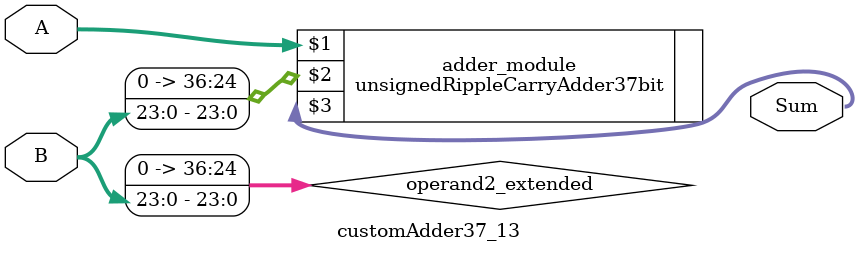
<source format=v>
module customAdder37_13(
                        input [36 : 0] A,
                        input [23 : 0] B,
                        
                        output [37 : 0] Sum
                );

        wire [36 : 0] operand2_extended;
        
        assign operand2_extended =  {13'b0, B};
        
        unsignedRippleCarryAdder37bit adder_module(
            A,
            operand2_extended,
            Sum
        );
        
        endmodule
        
</source>
